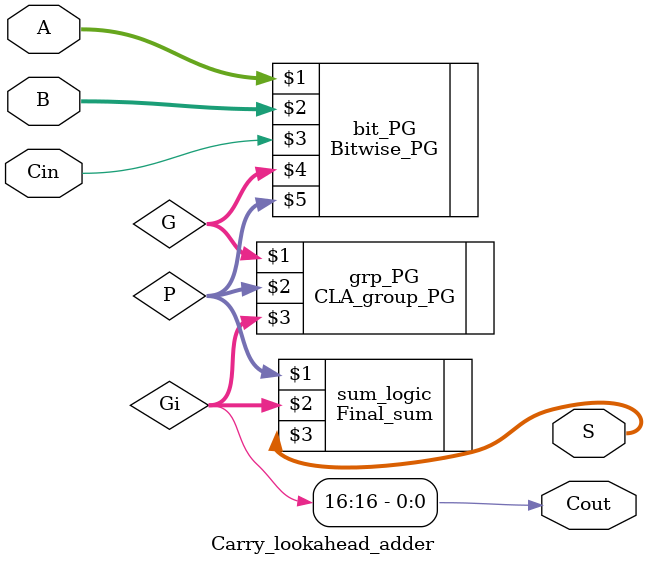
<source format=v>
`timescale 1ns / 1ps
module Carry_lookahead_adder #(parameter WIDTH = 16, VALENCY = 2, GROUP = 4) (
    input [WIDTH:1] A,
    input [WIDTH:1] B,
    input Cin,
    output [WIDTH:1] S,
    output Cout
    );
    wire [WIDTH:0] G, P, Gi;
    
    Bitwise_PG #(WIDTH) bit_PG(A, B, Cin, G, P);
    
    CLA_group_PG #(WIDTH, VALENCY) grp_PG(G, P, Gi);
    
    Final_sum #(WIDTH) sum_logic(P, Gi, S);
    
    assign Cout = Gi[WIDTH];
endmodule

</source>
